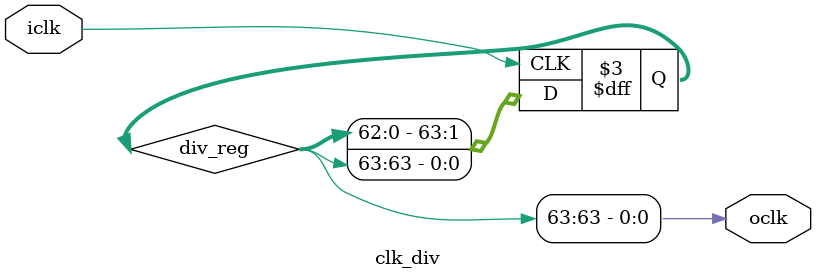
<source format=v>
module clk_div(input iclk,
			output  oclk);

reg [63:0]div_reg = 64'b1;
assign oclk = div_reg[63];
always @(posedge iclk)
begin
		div_reg <= {div_reg[62:1], div_reg[0], div_reg[63]};
end 
endmodule
</source>
